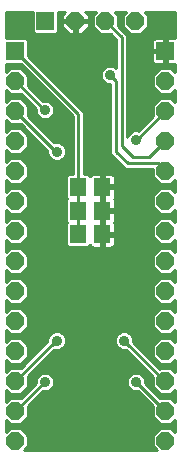
<source format=gbl>
G75*
%MOIN*%
%OFA0B0*%
%FSLAX25Y25*%
%IPPOS*%
%LPD*%
%AMOC8*
5,1,8,0,0,1.08239X$1,22.5*
%
%ADD10R,0.05512X0.05906*%
%ADD11R,0.05937X0.05937*%
%ADD12OC8,0.05937*%
%ADD13C,0.03569*%
%ADD14C,0.01000*%
D10*
X0030035Y0077969D03*
X0030035Y0085843D03*
X0030035Y0093717D03*
X0038106Y0093717D03*
X0038106Y0085843D03*
X0038106Y0077969D03*
D11*
X0059071Y0139031D03*
X0019071Y0149031D03*
X0009071Y0139031D03*
D12*
X0009071Y0129031D03*
X0009071Y0119031D03*
X0009071Y0109031D03*
X0009071Y0099031D03*
X0009071Y0089031D03*
X0009071Y0079031D03*
X0009071Y0069031D03*
X0009071Y0059031D03*
X0009071Y0049031D03*
X0009071Y0039031D03*
X0009071Y0029031D03*
X0009071Y0019031D03*
X0009071Y0009031D03*
X0059071Y0009031D03*
X0059071Y0019031D03*
X0059071Y0029031D03*
X0059071Y0039031D03*
X0059071Y0049031D03*
X0059071Y0059031D03*
X0059071Y0069031D03*
X0059071Y0079031D03*
X0059071Y0089031D03*
X0059071Y0099031D03*
X0059071Y0109031D03*
X0059071Y0119031D03*
X0059071Y0129031D03*
X0049071Y0149031D03*
X0039071Y0149031D03*
X0029071Y0149031D03*
D13*
X0030724Y0127181D03*
X0040567Y0131118D03*
X0049228Y0109465D03*
X0048441Y0095685D03*
X0038598Y0068126D03*
X0045291Y0042535D03*
X0049228Y0028756D03*
X0022850Y0042535D03*
X0018913Y0028756D03*
X0022850Y0105528D03*
X0018913Y0119307D03*
D14*
X0005894Y0016172D02*
X0005894Y0011891D01*
X0007303Y0013300D01*
X0010839Y0013300D01*
X0013339Y0010800D01*
X0013339Y0007263D01*
X0011970Y0005894D01*
X0056172Y0005894D01*
X0054802Y0007263D01*
X0054802Y0010800D01*
X0057303Y0013300D01*
X0060839Y0013300D01*
X0062248Y0011891D01*
X0062248Y0016172D01*
X0060839Y0014763D01*
X0057303Y0014763D01*
X0054802Y0017263D01*
X0054802Y0020754D01*
X0049872Y0025684D01*
X0049842Y0025672D01*
X0048615Y0025672D01*
X0047481Y0026141D01*
X0046614Y0027009D01*
X0046144Y0028142D01*
X0046144Y0029369D01*
X0046614Y0030503D01*
X0047481Y0031371D01*
X0048615Y0031840D01*
X0049842Y0031840D01*
X0050975Y0031371D01*
X0051843Y0030503D01*
X0052313Y0029369D01*
X0052313Y0028335D01*
X0057348Y0023300D01*
X0060839Y0023300D01*
X0062248Y0021891D01*
X0062248Y0026172D01*
X0060839Y0024763D01*
X0057303Y0024763D01*
X0054802Y0027263D01*
X0054802Y0030479D01*
X0045830Y0039451D01*
X0044678Y0039451D01*
X0043544Y0039921D01*
X0042677Y0040788D01*
X0042207Y0041922D01*
X0042207Y0043149D01*
X0042677Y0044283D01*
X0043544Y0045150D01*
X0044678Y0045620D01*
X0045905Y0045620D01*
X0047038Y0045150D01*
X0047906Y0044283D01*
X0048376Y0043149D01*
X0048376Y0041997D01*
X0057188Y0033185D01*
X0057303Y0033300D01*
X0060839Y0033300D01*
X0062248Y0031891D01*
X0062248Y0036172D01*
X0060839Y0034763D01*
X0057303Y0034763D01*
X0054802Y0037263D01*
X0054802Y0040800D01*
X0057303Y0043300D01*
X0060839Y0043300D01*
X0062248Y0041891D01*
X0062248Y0046172D01*
X0060839Y0044763D01*
X0057303Y0044763D01*
X0054802Y0047263D01*
X0054802Y0050800D01*
X0057303Y0053300D01*
X0060839Y0053300D01*
X0062248Y0051891D01*
X0062248Y0056172D01*
X0060839Y0054763D01*
X0057303Y0054763D01*
X0054802Y0057263D01*
X0054802Y0060800D01*
X0057303Y0063300D01*
X0060839Y0063300D01*
X0062248Y0061891D01*
X0062248Y0066172D01*
X0060839Y0064763D01*
X0057303Y0064763D01*
X0054802Y0067263D01*
X0054802Y0070800D01*
X0057303Y0073300D01*
X0060839Y0073300D01*
X0062248Y0071891D01*
X0062248Y0076172D01*
X0060839Y0074763D01*
X0057303Y0074763D01*
X0054802Y0077263D01*
X0054802Y0080800D01*
X0057303Y0083300D01*
X0060839Y0083300D01*
X0062248Y0081891D01*
X0062248Y0086172D01*
X0060839Y0084763D01*
X0057303Y0084763D01*
X0054802Y0087263D01*
X0054802Y0090800D01*
X0057303Y0093300D01*
X0060839Y0093300D01*
X0062248Y0091891D01*
X0062248Y0096172D01*
X0060839Y0094763D01*
X0057303Y0094763D01*
X0054802Y0097263D01*
X0054802Y0099791D01*
X0045727Y0099791D01*
X0041790Y0103728D01*
X0040735Y0104782D01*
X0040735Y0128034D01*
X0039953Y0128034D01*
X0038820Y0128503D01*
X0037952Y0129371D01*
X0037483Y0130505D01*
X0037483Y0131732D01*
X0037952Y0132865D01*
X0038820Y0133733D01*
X0039953Y0134202D01*
X0041180Y0134202D01*
X0042314Y0133733D01*
X0042704Y0133343D01*
X0042704Y0142853D01*
X0040794Y0144763D01*
X0037303Y0144763D01*
X0034802Y0147263D01*
X0034802Y0150800D01*
X0036015Y0152012D01*
X0032410Y0152012D01*
X0033539Y0150882D01*
X0033539Y0149516D01*
X0029555Y0149516D01*
X0029555Y0148547D01*
X0029555Y0144563D01*
X0030922Y0144563D01*
X0033539Y0147181D01*
X0033539Y0148547D01*
X0029555Y0148547D01*
X0028587Y0148547D01*
X0028587Y0144563D01*
X0027220Y0144563D01*
X0024602Y0147181D01*
X0024602Y0148547D01*
X0028587Y0148547D01*
X0028587Y0149516D01*
X0024602Y0149516D01*
X0024602Y0150882D01*
X0025732Y0152012D01*
X0023339Y0152012D01*
X0023339Y0145525D01*
X0022578Y0144763D01*
X0015564Y0144763D01*
X0014802Y0145525D01*
X0014802Y0152012D01*
X0005894Y0152012D01*
X0005894Y0143300D01*
X0012578Y0143300D01*
X0013339Y0142538D01*
X0013339Y0137309D01*
X0031835Y0118813D01*
X0031835Y0097969D01*
X0033330Y0097969D01*
X0033989Y0097311D01*
X0034150Y0097590D01*
X0034429Y0097870D01*
X0034771Y0098067D01*
X0035153Y0098169D01*
X0037606Y0098169D01*
X0037606Y0094217D01*
X0038606Y0094217D01*
X0038606Y0098169D01*
X0041060Y0098169D01*
X0041441Y0098067D01*
X0041783Y0097870D01*
X0042062Y0097590D01*
X0042260Y0097248D01*
X0042362Y0096867D01*
X0042362Y0094216D01*
X0038606Y0094216D01*
X0038606Y0093217D01*
X0042362Y0093217D01*
X0042362Y0090566D01*
X0042260Y0090185D01*
X0042062Y0089843D01*
X0041999Y0089780D01*
X0042062Y0089716D01*
X0042260Y0089374D01*
X0042362Y0088993D01*
X0042362Y0086342D01*
X0038606Y0086342D01*
X0038606Y0085343D01*
X0042362Y0085343D01*
X0042362Y0082692D01*
X0042260Y0082311D01*
X0042062Y0081969D01*
X0041999Y0081905D01*
X0042062Y0081842D01*
X0042260Y0081500D01*
X0042362Y0081119D01*
X0042362Y0078468D01*
X0038606Y0078468D01*
X0038606Y0077469D01*
X0042362Y0077469D01*
X0042362Y0074818D01*
X0042260Y0074437D01*
X0042062Y0074095D01*
X0041783Y0073815D01*
X0041441Y0073618D01*
X0041060Y0073516D01*
X0038606Y0073516D01*
X0038606Y0077468D01*
X0037606Y0077468D01*
X0037606Y0073516D01*
X0035153Y0073516D01*
X0034771Y0073618D01*
X0034429Y0073815D01*
X0034150Y0074095D01*
X0033989Y0074375D01*
X0033330Y0073716D01*
X0026741Y0073716D01*
X0025980Y0074477D01*
X0025980Y0081460D01*
X0026425Y0081905D01*
X0025980Y0082351D01*
X0025980Y0089334D01*
X0026425Y0089780D01*
X0025980Y0090225D01*
X0025980Y0097208D01*
X0026741Y0097969D01*
X0028235Y0097969D01*
X0028235Y0117321D01*
X0010794Y0134763D01*
X0005894Y0134763D01*
X0005894Y0131891D01*
X0007303Y0133300D01*
X0010839Y0133300D01*
X0013339Y0130800D01*
X0013339Y0127309D01*
X0018269Y0122379D01*
X0018300Y0122391D01*
X0019527Y0122391D01*
X0020660Y0121922D01*
X0021528Y0121054D01*
X0021998Y0119921D01*
X0021998Y0118694D01*
X0021528Y0117560D01*
X0020660Y0116692D01*
X0019527Y0116223D01*
X0018300Y0116223D01*
X0017166Y0116692D01*
X0016299Y0117560D01*
X0015829Y0118694D01*
X0015829Y0119728D01*
X0010794Y0124763D01*
X0007303Y0124763D01*
X0005894Y0126172D01*
X0005894Y0121891D01*
X0007303Y0123300D01*
X0010839Y0123300D01*
X0013339Y0120800D01*
X0013339Y0117309D01*
X0022095Y0108553D01*
X0022237Y0108612D01*
X0023464Y0108612D01*
X0024597Y0108142D01*
X0025465Y0107275D01*
X0025935Y0106141D01*
X0025935Y0104914D01*
X0025465Y0103780D01*
X0024597Y0102913D01*
X0023464Y0102443D01*
X0022237Y0102443D01*
X0021103Y0102913D01*
X0020236Y0103780D01*
X0019766Y0104914D01*
X0019766Y0105791D01*
X0010794Y0114763D01*
X0007303Y0114763D01*
X0005894Y0116172D01*
X0005894Y0111891D01*
X0007303Y0113300D01*
X0010839Y0113300D01*
X0013339Y0110800D01*
X0013339Y0107263D01*
X0010839Y0104763D01*
X0007303Y0104763D01*
X0005894Y0106172D01*
X0005894Y0101891D01*
X0007303Y0103300D01*
X0010839Y0103300D01*
X0013339Y0100800D01*
X0013339Y0097263D01*
X0010839Y0094763D01*
X0007303Y0094763D01*
X0005894Y0096172D01*
X0005894Y0091891D01*
X0007303Y0093300D01*
X0010839Y0093300D01*
X0013339Y0090800D01*
X0013339Y0087263D01*
X0010839Y0084763D01*
X0007303Y0084763D01*
X0005894Y0086172D01*
X0005894Y0081891D01*
X0007303Y0083300D01*
X0010839Y0083300D01*
X0013339Y0080800D01*
X0013339Y0077263D01*
X0010839Y0074763D01*
X0007303Y0074763D01*
X0005894Y0076172D01*
X0005894Y0071891D01*
X0007303Y0073300D01*
X0010839Y0073300D01*
X0013339Y0070800D01*
X0013339Y0067263D01*
X0010839Y0064763D01*
X0007303Y0064763D01*
X0005894Y0066172D01*
X0005894Y0061891D01*
X0007303Y0063300D01*
X0010839Y0063300D01*
X0013339Y0060800D01*
X0013339Y0057263D01*
X0010839Y0054763D01*
X0007303Y0054763D01*
X0005894Y0056172D01*
X0005894Y0051891D01*
X0007303Y0053300D01*
X0010839Y0053300D01*
X0013339Y0050800D01*
X0013339Y0047263D01*
X0010839Y0044763D01*
X0007303Y0044763D01*
X0005894Y0046172D01*
X0005894Y0041891D01*
X0007303Y0043300D01*
X0010839Y0043300D01*
X0013339Y0040800D01*
X0013339Y0037263D01*
X0010839Y0034763D01*
X0007303Y0034763D01*
X0005894Y0036172D01*
X0005894Y0031891D01*
X0007303Y0033300D01*
X0010794Y0033300D01*
X0019766Y0042272D01*
X0019766Y0043149D01*
X0020236Y0044283D01*
X0021103Y0045150D01*
X0022237Y0045620D01*
X0023464Y0045620D01*
X0024597Y0045150D01*
X0025465Y0044283D01*
X0025935Y0043149D01*
X0025935Y0041922D01*
X0025465Y0040788D01*
X0024597Y0039921D01*
X0023464Y0039451D01*
X0022237Y0039451D01*
X0022095Y0039510D01*
X0013339Y0030754D01*
X0013339Y0027263D01*
X0010839Y0024763D01*
X0007303Y0024763D01*
X0005894Y0026172D01*
X0005894Y0021891D01*
X0007303Y0023300D01*
X0010794Y0023300D01*
X0015829Y0028335D01*
X0015829Y0029369D01*
X0016299Y0030503D01*
X0017166Y0031371D01*
X0018300Y0031840D01*
X0019527Y0031840D01*
X0020660Y0031371D01*
X0021528Y0030503D01*
X0021998Y0029369D01*
X0021998Y0028142D01*
X0021528Y0027009D01*
X0020660Y0026141D01*
X0019527Y0025672D01*
X0018300Y0025672D01*
X0018269Y0025684D01*
X0013339Y0020754D01*
X0013339Y0017263D01*
X0010839Y0014763D01*
X0007303Y0014763D01*
X0005894Y0016172D01*
X0005894Y0015176D02*
X0006890Y0015176D01*
X0005894Y0014177D02*
X0062248Y0014177D01*
X0062248Y0013179D02*
X0060960Y0013179D01*
X0061958Y0012180D02*
X0062248Y0012180D01*
X0062248Y0015176D02*
X0061252Y0015176D01*
X0059071Y0019031D02*
X0049346Y0028756D01*
X0049228Y0028756D01*
X0047263Y0031152D02*
X0020879Y0031152D01*
X0021673Y0030154D02*
X0046469Y0030154D01*
X0046144Y0029155D02*
X0021998Y0029155D01*
X0021998Y0028157D02*
X0046144Y0028157D01*
X0046552Y0027158D02*
X0021590Y0027158D01*
X0020679Y0026160D02*
X0047463Y0026160D01*
X0050396Y0025161D02*
X0017746Y0025161D01*
X0016748Y0024163D02*
X0051394Y0024163D01*
X0052393Y0023164D02*
X0015749Y0023164D01*
X0014751Y0022166D02*
X0053391Y0022166D01*
X0054390Y0021167D02*
X0013752Y0021167D01*
X0013339Y0020169D02*
X0054802Y0020169D01*
X0054802Y0019170D02*
X0013339Y0019170D01*
X0013339Y0018172D02*
X0054802Y0018172D01*
X0054893Y0017173D02*
X0013249Y0017173D01*
X0012250Y0016175D02*
X0055891Y0016175D01*
X0056890Y0015176D02*
X0011252Y0015176D01*
X0010960Y0013179D02*
X0057182Y0013179D01*
X0056183Y0012180D02*
X0011958Y0012180D01*
X0012957Y0011182D02*
X0055185Y0011182D01*
X0054802Y0010183D02*
X0013339Y0010183D01*
X0013339Y0009185D02*
X0054802Y0009185D01*
X0054802Y0008186D02*
X0013339Y0008186D01*
X0013264Y0007188D02*
X0054878Y0007188D01*
X0055876Y0006189D02*
X0012265Y0006189D01*
X0007182Y0013179D02*
X0005894Y0013179D01*
X0005894Y0012180D02*
X0006183Y0012180D01*
X0009071Y0019031D02*
X0018795Y0028756D01*
X0018913Y0028756D01*
X0016948Y0031152D02*
X0013737Y0031152D01*
X0013339Y0030154D02*
X0016154Y0030154D01*
X0015829Y0029155D02*
X0013339Y0029155D01*
X0013339Y0028157D02*
X0015650Y0028157D01*
X0014652Y0027158D02*
X0013234Y0027158D01*
X0013653Y0026160D02*
X0012236Y0026160D01*
X0012655Y0025161D02*
X0011237Y0025161D01*
X0011656Y0024163D02*
X0005894Y0024163D01*
X0005894Y0025161D02*
X0006905Y0025161D01*
X0005906Y0026160D02*
X0005894Y0026160D01*
X0005894Y0023164D02*
X0007167Y0023164D01*
X0006168Y0022166D02*
X0005894Y0022166D01*
X0009071Y0029031D02*
X0022575Y0042535D01*
X0022850Y0042535D01*
X0024816Y0040139D02*
X0043326Y0040139D01*
X0042532Y0041137D02*
X0025610Y0041137D01*
X0025935Y0042136D02*
X0042207Y0042136D01*
X0042207Y0043134D02*
X0025935Y0043134D01*
X0025527Y0044133D02*
X0042615Y0044133D01*
X0043525Y0045131D02*
X0024616Y0045131D01*
X0021725Y0039140D02*
X0046141Y0039140D01*
X0047139Y0038142D02*
X0020727Y0038142D01*
X0019728Y0037143D02*
X0048138Y0037143D01*
X0049136Y0036145D02*
X0018730Y0036145D01*
X0017731Y0035146D02*
X0050135Y0035146D01*
X0051133Y0034148D02*
X0016733Y0034148D01*
X0015734Y0033149D02*
X0052132Y0033149D01*
X0053130Y0032151D02*
X0014736Y0032151D01*
X0013639Y0036145D02*
X0012221Y0036145D01*
X0012640Y0035146D02*
X0011222Y0035146D01*
X0011642Y0034148D02*
X0005894Y0034148D01*
X0005894Y0035146D02*
X0006920Y0035146D01*
X0005921Y0036145D02*
X0005894Y0036145D01*
X0005894Y0033149D02*
X0007152Y0033149D01*
X0006154Y0032151D02*
X0005894Y0032151D01*
X0005894Y0042136D02*
X0006139Y0042136D01*
X0005894Y0043134D02*
X0007137Y0043134D01*
X0006934Y0045131D02*
X0005894Y0045131D01*
X0005894Y0044133D02*
X0020174Y0044133D01*
X0019766Y0043134D02*
X0011005Y0043134D01*
X0011207Y0045131D02*
X0021085Y0045131D01*
X0019630Y0042136D02*
X0012003Y0042136D01*
X0013002Y0041137D02*
X0018631Y0041137D01*
X0017633Y0040139D02*
X0013339Y0040139D01*
X0013339Y0039140D02*
X0016634Y0039140D01*
X0015636Y0038142D02*
X0013339Y0038142D01*
X0013219Y0037143D02*
X0014637Y0037143D01*
X0012206Y0046130D02*
X0055936Y0046130D01*
X0054937Y0047128D02*
X0013204Y0047128D01*
X0013339Y0048127D02*
X0054802Y0048127D01*
X0054802Y0049125D02*
X0013339Y0049125D01*
X0013339Y0050124D02*
X0054802Y0050124D01*
X0055125Y0051122D02*
X0013016Y0051122D01*
X0012018Y0052121D02*
X0056124Y0052121D01*
X0057122Y0053119D02*
X0011019Y0053119D01*
X0011192Y0055116D02*
X0056949Y0055116D01*
X0055951Y0056115D02*
X0012191Y0056115D01*
X0013189Y0057113D02*
X0054952Y0057113D01*
X0054802Y0058112D02*
X0013339Y0058112D01*
X0013339Y0059111D02*
X0054802Y0059111D01*
X0054802Y0060109D02*
X0013339Y0060109D01*
X0013031Y0061108D02*
X0055110Y0061108D01*
X0056109Y0062106D02*
X0012033Y0062106D01*
X0011034Y0063105D02*
X0057107Y0063105D01*
X0056964Y0065102D02*
X0011178Y0065102D01*
X0012176Y0066100D02*
X0055966Y0066100D01*
X0054967Y0067099D02*
X0013175Y0067099D01*
X0013339Y0068097D02*
X0054802Y0068097D01*
X0054802Y0069096D02*
X0013339Y0069096D01*
X0013339Y0070094D02*
X0054802Y0070094D01*
X0055095Y0071093D02*
X0013046Y0071093D01*
X0012048Y0072091D02*
X0056094Y0072091D01*
X0057092Y0073090D02*
X0011049Y0073090D01*
X0011163Y0075087D02*
X0025980Y0075087D01*
X0025980Y0076085D02*
X0012161Y0076085D01*
X0013160Y0077084D02*
X0025980Y0077084D01*
X0025980Y0078082D02*
X0013339Y0078082D01*
X0013339Y0079081D02*
X0025980Y0079081D01*
X0025980Y0080079D02*
X0013339Y0080079D01*
X0013061Y0081078D02*
X0025980Y0081078D01*
X0026255Y0082076D02*
X0012063Y0082076D01*
X0011064Y0083075D02*
X0025980Y0083075D01*
X0025980Y0084073D02*
X0005894Y0084073D01*
X0005894Y0083075D02*
X0007078Y0083075D01*
X0006994Y0085072D02*
X0005894Y0085072D01*
X0005894Y0086070D02*
X0005995Y0086070D01*
X0006079Y0082076D02*
X0005894Y0082076D01*
X0005894Y0076085D02*
X0005981Y0076085D01*
X0005894Y0075087D02*
X0006979Y0075087D01*
X0007092Y0073090D02*
X0005894Y0073090D01*
X0005894Y0074088D02*
X0026369Y0074088D01*
X0030035Y0077969D02*
X0030035Y0085843D01*
X0028756Y0084563D01*
X0028756Y0083874D01*
X0030035Y0085154D01*
X0030035Y0085843D01*
X0030035Y0093717D01*
X0030035Y0118067D01*
X0009071Y0139031D01*
X0011558Y0133999D02*
X0005894Y0133999D01*
X0005894Y0133000D02*
X0007003Y0133000D01*
X0006005Y0132002D02*
X0005894Y0132002D01*
X0005894Y0126011D02*
X0006055Y0126011D01*
X0005894Y0125012D02*
X0007054Y0125012D01*
X0007018Y0123015D02*
X0005894Y0123015D01*
X0005894Y0122017D02*
X0006020Y0122017D01*
X0005894Y0124014D02*
X0011543Y0124014D01*
X0011124Y0123015D02*
X0012542Y0123015D01*
X0012122Y0122017D02*
X0013540Y0122017D01*
X0013121Y0121018D02*
X0014539Y0121018D01*
X0015537Y0120020D02*
X0013339Y0120020D01*
X0013339Y0119021D02*
X0015829Y0119021D01*
X0016107Y0118023D02*
X0013339Y0118023D01*
X0013624Y0117024D02*
X0016835Y0117024D01*
X0015621Y0115027D02*
X0028235Y0115027D01*
X0028235Y0114029D02*
X0016619Y0114029D01*
X0017618Y0113030D02*
X0028235Y0113030D01*
X0028235Y0112032D02*
X0018616Y0112032D01*
X0019615Y0111033D02*
X0028235Y0111033D01*
X0028235Y0110035D02*
X0020613Y0110035D01*
X0021612Y0109036D02*
X0028235Y0109036D01*
X0028235Y0108038D02*
X0024702Y0108038D01*
X0025563Y0107039D02*
X0028235Y0107039D01*
X0028235Y0106041D02*
X0025935Y0106041D01*
X0025935Y0105042D02*
X0028235Y0105042D01*
X0028235Y0104044D02*
X0025574Y0104044D01*
X0024730Y0103045D02*
X0028235Y0103045D01*
X0028235Y0102046D02*
X0012092Y0102046D01*
X0013091Y0101048D02*
X0028235Y0101048D01*
X0028235Y0100049D02*
X0013339Y0100049D01*
X0013339Y0099051D02*
X0028235Y0099051D01*
X0028235Y0098052D02*
X0013339Y0098052D01*
X0013130Y0097054D02*
X0025980Y0097054D01*
X0025980Y0096055D02*
X0012131Y0096055D01*
X0011133Y0095057D02*
X0025980Y0095057D01*
X0025980Y0094058D02*
X0005894Y0094058D01*
X0005894Y0093060D02*
X0007063Y0093060D01*
X0007009Y0095057D02*
X0005894Y0095057D01*
X0005894Y0096055D02*
X0006010Y0096055D01*
X0006064Y0092061D02*
X0005894Y0092061D01*
X0005894Y0102046D02*
X0006049Y0102046D01*
X0005894Y0103045D02*
X0007048Y0103045D01*
X0005894Y0104044D02*
X0020127Y0104044D01*
X0019766Y0105042D02*
X0011118Y0105042D01*
X0012116Y0106041D02*
X0019516Y0106041D01*
X0018518Y0107039D02*
X0013115Y0107039D01*
X0013339Y0108038D02*
X0017519Y0108038D01*
X0016521Y0109036D02*
X0013339Y0109036D01*
X0013339Y0110035D02*
X0015522Y0110035D01*
X0014524Y0111033D02*
X0013106Y0111033D01*
X0013525Y0112032D02*
X0012107Y0112032D01*
X0012527Y0113030D02*
X0011109Y0113030D01*
X0011528Y0114029D02*
X0005894Y0114029D01*
X0005894Y0115027D02*
X0007039Y0115027D01*
X0007033Y0113030D02*
X0005894Y0113030D01*
X0005894Y0112032D02*
X0006034Y0112032D01*
X0006040Y0116026D02*
X0005894Y0116026D01*
X0009071Y0119031D02*
X0022575Y0105528D01*
X0022850Y0105528D01*
X0020971Y0103045D02*
X0011094Y0103045D01*
X0007024Y0105042D02*
X0005894Y0105042D01*
X0005894Y0106041D02*
X0006025Y0106041D01*
X0011079Y0093060D02*
X0025980Y0093060D01*
X0025980Y0092061D02*
X0012078Y0092061D01*
X0013076Y0091063D02*
X0025980Y0091063D01*
X0026140Y0090064D02*
X0013339Y0090064D01*
X0013339Y0089066D02*
X0025980Y0089066D01*
X0025980Y0088067D02*
X0013339Y0088067D01*
X0013145Y0087069D02*
X0025980Y0087069D01*
X0025980Y0086070D02*
X0012146Y0086070D01*
X0011148Y0085072D02*
X0025980Y0085072D01*
X0031835Y0098052D02*
X0034746Y0098052D01*
X0037606Y0098052D02*
X0038606Y0098052D01*
X0038606Y0097054D02*
X0037606Y0097054D01*
X0037606Y0096055D02*
X0038606Y0096055D01*
X0038606Y0095057D02*
X0037606Y0095057D01*
X0038606Y0094058D02*
X0062248Y0094058D01*
X0062248Y0093060D02*
X0061079Y0093060D01*
X0062078Y0092061D02*
X0062248Y0092061D01*
X0062248Y0095057D02*
X0061133Y0095057D01*
X0062131Y0096055D02*
X0062248Y0096055D01*
X0059071Y0099031D02*
X0056512Y0101591D01*
X0046472Y0101591D01*
X0042535Y0105528D01*
X0042535Y0129150D01*
X0040567Y0131118D01*
X0041672Y0133999D02*
X0042704Y0133999D01*
X0042704Y0134997D02*
X0015651Y0134997D01*
X0014652Y0135996D02*
X0042704Y0135996D01*
X0042704Y0136994D02*
X0013654Y0136994D01*
X0013339Y0137993D02*
X0042704Y0137993D01*
X0042704Y0138991D02*
X0013339Y0138991D01*
X0013339Y0139990D02*
X0042704Y0139990D01*
X0042704Y0140988D02*
X0013339Y0140988D01*
X0013339Y0141987D02*
X0042704Y0141987D01*
X0042571Y0142985D02*
X0012892Y0142985D01*
X0014802Y0145981D02*
X0005894Y0145981D01*
X0005894Y0146980D02*
X0014802Y0146980D01*
X0014802Y0147978D02*
X0005894Y0147978D01*
X0005894Y0148977D02*
X0014802Y0148977D01*
X0014802Y0149975D02*
X0005894Y0149975D01*
X0005894Y0150974D02*
X0014802Y0150974D01*
X0014802Y0151972D02*
X0005894Y0151972D01*
X0005894Y0144982D02*
X0015344Y0144982D01*
X0016649Y0133999D02*
X0039462Y0133999D01*
X0038087Y0133000D02*
X0017648Y0133000D01*
X0018646Y0132002D02*
X0037595Y0132002D01*
X0037483Y0131003D02*
X0019645Y0131003D01*
X0020643Y0130005D02*
X0037690Y0130005D01*
X0038317Y0129006D02*
X0021642Y0129006D01*
X0022640Y0128008D02*
X0040735Y0128008D01*
X0040735Y0127009D02*
X0023639Y0127009D01*
X0024637Y0126011D02*
X0040735Y0126011D01*
X0040735Y0125012D02*
X0025636Y0125012D01*
X0026634Y0124014D02*
X0040735Y0124014D01*
X0040735Y0123015D02*
X0027633Y0123015D01*
X0028631Y0122017D02*
X0040735Y0122017D01*
X0040735Y0121018D02*
X0029630Y0121018D01*
X0030628Y0120020D02*
X0040735Y0120020D01*
X0040735Y0119021D02*
X0031627Y0119021D01*
X0031835Y0118023D02*
X0040735Y0118023D01*
X0040735Y0117024D02*
X0031835Y0117024D01*
X0031835Y0116026D02*
X0040735Y0116026D01*
X0040735Y0115027D02*
X0031835Y0115027D01*
X0031835Y0114029D02*
X0040735Y0114029D01*
X0040735Y0113030D02*
X0031835Y0113030D01*
X0031835Y0112032D02*
X0040735Y0112032D01*
X0040735Y0111033D02*
X0031835Y0111033D01*
X0031835Y0110035D02*
X0040735Y0110035D01*
X0040735Y0109036D02*
X0031835Y0109036D01*
X0031835Y0108038D02*
X0040735Y0108038D01*
X0040735Y0107039D02*
X0031835Y0107039D01*
X0031835Y0106041D02*
X0040735Y0106041D01*
X0040735Y0105042D02*
X0031835Y0105042D01*
X0031835Y0104044D02*
X0041474Y0104044D01*
X0042472Y0103045D02*
X0031835Y0103045D01*
X0031835Y0102046D02*
X0043471Y0102046D01*
X0044469Y0101048D02*
X0031835Y0101048D01*
X0031835Y0100049D02*
X0045468Y0100049D01*
X0042312Y0097054D02*
X0055012Y0097054D01*
X0054802Y0098052D02*
X0041466Y0098052D01*
X0042362Y0096055D02*
X0056010Y0096055D01*
X0057009Y0095057D02*
X0042362Y0095057D01*
X0042362Y0093060D02*
X0057063Y0093060D01*
X0056064Y0092061D02*
X0042362Y0092061D01*
X0042362Y0091063D02*
X0055066Y0091063D01*
X0054802Y0090064D02*
X0042190Y0090064D01*
X0042343Y0089066D02*
X0054802Y0089066D01*
X0054802Y0088067D02*
X0042362Y0088067D01*
X0042362Y0087069D02*
X0054997Y0087069D01*
X0055995Y0086070D02*
X0038606Y0086070D01*
X0038606Y0086343D02*
X0037606Y0086343D01*
X0037606Y0093216D01*
X0038606Y0093216D01*
X0038606Y0089264D01*
X0038606Y0086343D01*
X0038606Y0087069D02*
X0037606Y0087069D01*
X0037606Y0088067D02*
X0038606Y0088067D01*
X0038606Y0089066D02*
X0037606Y0089066D01*
X0037606Y0090064D02*
X0038606Y0090064D01*
X0038606Y0091063D02*
X0037606Y0091063D01*
X0037606Y0092061D02*
X0038606Y0092061D01*
X0038606Y0093060D02*
X0037606Y0093060D01*
X0037606Y0085342D02*
X0038606Y0085342D01*
X0038606Y0081390D01*
X0038606Y0078469D01*
X0037606Y0078469D01*
X0037606Y0085342D01*
X0037606Y0085072D02*
X0038606Y0085072D01*
X0038606Y0084073D02*
X0037606Y0084073D01*
X0037606Y0083075D02*
X0038606Y0083075D01*
X0038606Y0082076D02*
X0037606Y0082076D01*
X0037606Y0081078D02*
X0038606Y0081078D01*
X0038606Y0080079D02*
X0037606Y0080079D01*
X0037606Y0079081D02*
X0038606Y0079081D01*
X0038606Y0078082D02*
X0054802Y0078082D01*
X0054802Y0079081D02*
X0042362Y0079081D01*
X0042362Y0080079D02*
X0054802Y0080079D01*
X0055081Y0081078D02*
X0042362Y0081078D01*
X0042125Y0082076D02*
X0056079Y0082076D01*
X0057078Y0083075D02*
X0042362Y0083075D01*
X0042362Y0084073D02*
X0062248Y0084073D01*
X0062248Y0083075D02*
X0061064Y0083075D01*
X0062063Y0082076D02*
X0062248Y0082076D01*
X0062248Y0085072D02*
X0061148Y0085072D01*
X0062146Y0086070D02*
X0062248Y0086070D01*
X0056994Y0085072D02*
X0042362Y0085072D01*
X0042362Y0077084D02*
X0054982Y0077084D01*
X0055981Y0076085D02*
X0042362Y0076085D01*
X0042362Y0075087D02*
X0056979Y0075087D01*
X0061163Y0075087D02*
X0062248Y0075087D01*
X0062248Y0076085D02*
X0062161Y0076085D01*
X0062248Y0074088D02*
X0042056Y0074088D01*
X0038606Y0074088D02*
X0037606Y0074088D01*
X0037606Y0075087D02*
X0038606Y0075087D01*
X0038606Y0076085D02*
X0037606Y0076085D01*
X0037606Y0077084D02*
X0038606Y0077084D01*
X0034157Y0074088D02*
X0033702Y0074088D01*
X0031835Y0099051D02*
X0054802Y0099051D01*
X0053598Y0103559D02*
X0048441Y0103559D01*
X0044504Y0107496D01*
X0044504Y0143598D01*
X0039071Y0149031D01*
X0037083Y0144982D02*
X0031341Y0144982D01*
X0032340Y0145981D02*
X0036085Y0145981D01*
X0035086Y0146980D02*
X0033338Y0146980D01*
X0033539Y0147978D02*
X0034802Y0147978D01*
X0034802Y0148977D02*
X0029555Y0148977D01*
X0028587Y0148977D02*
X0023339Y0148977D01*
X0023339Y0149975D02*
X0024602Y0149975D01*
X0024694Y0150974D02*
X0023339Y0150974D01*
X0023339Y0151972D02*
X0025692Y0151972D01*
X0024602Y0147978D02*
X0023339Y0147978D01*
X0023339Y0146980D02*
X0024803Y0146980D01*
X0025802Y0145981D02*
X0023339Y0145981D01*
X0022797Y0144982D02*
X0026800Y0144982D01*
X0028587Y0144982D02*
X0029555Y0144982D01*
X0029555Y0145981D02*
X0028587Y0145981D01*
X0028587Y0146980D02*
X0029555Y0146980D01*
X0029555Y0147978D02*
X0028587Y0147978D01*
X0032450Y0151972D02*
X0035975Y0151972D01*
X0034976Y0150974D02*
X0033448Y0150974D01*
X0033539Y0149975D02*
X0034802Y0149975D01*
X0042127Y0152012D02*
X0046015Y0152012D01*
X0044802Y0150800D01*
X0044802Y0147263D01*
X0047303Y0144763D01*
X0050839Y0144763D01*
X0053339Y0147263D01*
X0053339Y0150800D01*
X0052127Y0152012D01*
X0062248Y0152012D01*
X0062248Y0143497D01*
X0062237Y0143500D01*
X0059555Y0143500D01*
X0059555Y0139516D01*
X0058587Y0139516D01*
X0058587Y0143500D01*
X0055905Y0143500D01*
X0055523Y0143398D01*
X0055181Y0143200D01*
X0054902Y0142921D01*
X0054705Y0142579D01*
X0054602Y0142197D01*
X0054602Y0139516D01*
X0058587Y0139516D01*
X0058587Y0138547D01*
X0059555Y0138547D01*
X0059555Y0134563D01*
X0062237Y0134563D01*
X0062248Y0134566D01*
X0062248Y0131891D01*
X0060839Y0133300D01*
X0057303Y0133300D01*
X0054802Y0130800D01*
X0054802Y0127263D01*
X0057303Y0124763D01*
X0060839Y0124763D01*
X0062248Y0126172D01*
X0062248Y0121891D01*
X0060839Y0123300D01*
X0057303Y0123300D01*
X0054802Y0120800D01*
X0054802Y0117309D01*
X0049984Y0112490D01*
X0049842Y0112549D01*
X0048615Y0112549D01*
X0047481Y0112079D01*
X0046614Y0111212D01*
X0046304Y0110464D01*
X0046304Y0144344D01*
X0043339Y0147309D01*
X0043339Y0150800D01*
X0042127Y0152012D01*
X0042167Y0151972D02*
X0045975Y0151972D01*
X0044976Y0150974D02*
X0043165Y0150974D01*
X0043339Y0149975D02*
X0044802Y0149975D01*
X0044802Y0148977D02*
X0043339Y0148977D01*
X0043339Y0147978D02*
X0044802Y0147978D01*
X0045086Y0146980D02*
X0043668Y0146980D01*
X0044667Y0145981D02*
X0046085Y0145981D01*
X0045665Y0144982D02*
X0047083Y0144982D01*
X0046304Y0143984D02*
X0062248Y0143984D01*
X0062248Y0144982D02*
X0051058Y0144982D01*
X0052057Y0145981D02*
X0062248Y0145981D01*
X0062248Y0146980D02*
X0053055Y0146980D01*
X0053339Y0147978D02*
X0062248Y0147978D01*
X0062248Y0148977D02*
X0053339Y0148977D01*
X0053339Y0149975D02*
X0062248Y0149975D01*
X0062248Y0150974D02*
X0053165Y0150974D01*
X0052167Y0151972D02*
X0062248Y0151972D01*
X0059555Y0142985D02*
X0058587Y0142985D01*
X0058587Y0141987D02*
X0059555Y0141987D01*
X0059555Y0140988D02*
X0058587Y0140988D01*
X0058587Y0139990D02*
X0059555Y0139990D01*
X0058587Y0138991D02*
X0046304Y0138991D01*
X0046304Y0137993D02*
X0054602Y0137993D01*
X0054602Y0138547D02*
X0054602Y0135866D01*
X0054705Y0135484D01*
X0054902Y0135142D01*
X0055181Y0134863D01*
X0055523Y0134665D01*
X0055905Y0134563D01*
X0058587Y0134563D01*
X0058587Y0138547D01*
X0054602Y0138547D01*
X0054602Y0139990D02*
X0046304Y0139990D01*
X0046304Y0140988D02*
X0054602Y0140988D01*
X0054602Y0141987D02*
X0046304Y0141987D01*
X0046304Y0142985D02*
X0054967Y0142985D01*
X0054602Y0136994D02*
X0046304Y0136994D01*
X0046304Y0135996D02*
X0054602Y0135996D01*
X0055047Y0134997D02*
X0046304Y0134997D01*
X0046304Y0133999D02*
X0062248Y0133999D01*
X0062248Y0133000D02*
X0061139Y0133000D01*
X0062137Y0132002D02*
X0062248Y0132002D01*
X0059555Y0134997D02*
X0058587Y0134997D01*
X0058587Y0135996D02*
X0059555Y0135996D01*
X0059555Y0136994D02*
X0058587Y0136994D01*
X0058587Y0137993D02*
X0059555Y0137993D01*
X0057003Y0133000D02*
X0046304Y0133000D01*
X0046304Y0132002D02*
X0056005Y0132002D01*
X0055006Y0131003D02*
X0046304Y0131003D01*
X0046304Y0130005D02*
X0054802Y0130005D01*
X0054802Y0129006D02*
X0046304Y0129006D01*
X0046304Y0128008D02*
X0054802Y0128008D01*
X0055057Y0127009D02*
X0046304Y0127009D01*
X0046304Y0126011D02*
X0056055Y0126011D01*
X0057054Y0125012D02*
X0046304Y0125012D01*
X0046304Y0124014D02*
X0062248Y0124014D01*
X0062248Y0125012D02*
X0061088Y0125012D01*
X0062087Y0126011D02*
X0062248Y0126011D01*
X0062248Y0123015D02*
X0061124Y0123015D01*
X0062122Y0122017D02*
X0062248Y0122017D01*
X0059071Y0119031D02*
X0049504Y0109465D01*
X0049228Y0109465D01*
X0047434Y0112032D02*
X0046304Y0112032D01*
X0046304Y0113030D02*
X0050524Y0113030D01*
X0051522Y0114029D02*
X0046304Y0114029D01*
X0046304Y0115027D02*
X0052521Y0115027D01*
X0053519Y0116026D02*
X0046304Y0116026D01*
X0046304Y0117024D02*
X0054518Y0117024D01*
X0054802Y0118023D02*
X0046304Y0118023D01*
X0046304Y0119021D02*
X0054802Y0119021D01*
X0054802Y0120020D02*
X0046304Y0120020D01*
X0046304Y0121018D02*
X0055021Y0121018D01*
X0056020Y0122017D02*
X0046304Y0122017D01*
X0046304Y0123015D02*
X0057018Y0123015D01*
X0059071Y0109031D02*
X0053598Y0103559D01*
X0046540Y0111033D02*
X0046304Y0111033D01*
X0041573Y0143984D02*
X0005894Y0143984D01*
X0011139Y0133000D02*
X0012556Y0133000D01*
X0012137Y0132002D02*
X0013555Y0132002D01*
X0013136Y0131003D02*
X0014553Y0131003D01*
X0015552Y0130005D02*
X0013339Y0130005D01*
X0013339Y0129006D02*
X0016550Y0129006D01*
X0017549Y0128008D02*
X0013339Y0128008D01*
X0013639Y0127009D02*
X0018547Y0127009D01*
X0019546Y0126011D02*
X0014637Y0126011D01*
X0015636Y0125012D02*
X0020545Y0125012D01*
X0021543Y0124014D02*
X0016634Y0124014D01*
X0017633Y0123015D02*
X0022542Y0123015D01*
X0021543Y0121018D02*
X0024539Y0121018D01*
X0025537Y0120020D02*
X0021957Y0120020D01*
X0021998Y0119021D02*
X0026536Y0119021D01*
X0027534Y0118023D02*
X0021720Y0118023D01*
X0020992Y0117024D02*
X0028235Y0117024D01*
X0028235Y0116026D02*
X0014622Y0116026D01*
X0018795Y0119307D02*
X0009071Y0129031D01*
X0018795Y0119307D02*
X0018913Y0119307D01*
X0020431Y0122017D02*
X0023540Y0122017D01*
X0006094Y0072091D02*
X0005894Y0072091D01*
X0005894Y0066100D02*
X0005966Y0066100D01*
X0005894Y0065102D02*
X0006964Y0065102D01*
X0005894Y0064103D02*
X0062248Y0064103D01*
X0062248Y0063105D02*
X0061034Y0063105D01*
X0062033Y0062106D02*
X0062248Y0062106D01*
X0062248Y0065102D02*
X0061177Y0065102D01*
X0062176Y0066100D02*
X0062248Y0066100D01*
X0062248Y0072091D02*
X0062048Y0072091D01*
X0062248Y0073090D02*
X0061049Y0073090D01*
X0062191Y0056115D02*
X0062248Y0056115D01*
X0062248Y0055116D02*
X0061192Y0055116D01*
X0062248Y0054118D02*
X0005894Y0054118D01*
X0005894Y0055116D02*
X0006949Y0055116D01*
X0007122Y0053119D02*
X0005894Y0053119D01*
X0005894Y0052121D02*
X0006124Y0052121D01*
X0005951Y0056115D02*
X0005894Y0056115D01*
X0005894Y0062106D02*
X0006109Y0062106D01*
X0005894Y0063105D02*
X0007107Y0063105D01*
X0005936Y0046130D02*
X0005894Y0046130D01*
X0045291Y0042535D02*
X0058795Y0029031D01*
X0059071Y0029031D01*
X0061237Y0025161D02*
X0062248Y0025161D01*
X0062248Y0024163D02*
X0056485Y0024163D01*
X0056905Y0025161D02*
X0055487Y0025161D01*
X0055906Y0026160D02*
X0054488Y0026160D01*
X0054908Y0027158D02*
X0053490Y0027158D01*
X0052491Y0028157D02*
X0054802Y0028157D01*
X0054802Y0029155D02*
X0052313Y0029155D01*
X0051988Y0030154D02*
X0054802Y0030154D01*
X0054129Y0031152D02*
X0051194Y0031152D01*
X0054228Y0036145D02*
X0055921Y0036145D01*
X0055226Y0035146D02*
X0056920Y0035146D01*
X0056225Y0034148D02*
X0062248Y0034148D01*
X0062248Y0035146D02*
X0061222Y0035146D01*
X0062221Y0036145D02*
X0062248Y0036145D01*
X0062248Y0033149D02*
X0060990Y0033149D01*
X0061988Y0032151D02*
X0062248Y0032151D01*
X0062236Y0026160D02*
X0062248Y0026160D01*
X0062248Y0023164D02*
X0060975Y0023164D01*
X0061973Y0022166D02*
X0062248Y0022166D01*
X0054923Y0037143D02*
X0053229Y0037143D01*
X0052231Y0038142D02*
X0054802Y0038142D01*
X0054802Y0039140D02*
X0051232Y0039140D01*
X0050234Y0040139D02*
X0054802Y0040139D01*
X0055140Y0041137D02*
X0049235Y0041137D01*
X0048376Y0042136D02*
X0056139Y0042136D01*
X0057137Y0043134D02*
X0048376Y0043134D01*
X0047968Y0044133D02*
X0062248Y0044133D01*
X0062248Y0045131D02*
X0061207Y0045131D01*
X0062206Y0046130D02*
X0062248Y0046130D01*
X0062248Y0043134D02*
X0061005Y0043134D01*
X0062003Y0042136D02*
X0062248Y0042136D01*
X0062248Y0052121D02*
X0062018Y0052121D01*
X0062248Y0053119D02*
X0061019Y0053119D01*
X0056934Y0045131D02*
X0047057Y0045131D01*
M02*

</source>
